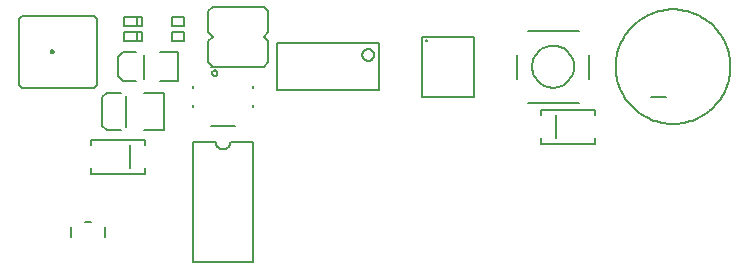
<source format=gto>
G75*
G70*
%OFA0B0*%
%FSLAX24Y24*%
%IPPOS*%
%LPD*%
%AMOC8*
5,1,8,0,0,1.08239X$1,22.5*
%
%ADD10C,0.0050*%
%ADD11C,0.0070*%
%ADD12C,0.0080*%
%ADD13C,0.0080*%
%ADD14C,0.0060*%
%ADD15C,0.0079*%
D10*
X008494Y005715D02*
X009281Y005715D01*
X009872Y006345D02*
X009872Y006424D01*
X009872Y006975D02*
X009872Y007054D01*
X008524Y007487D02*
X008526Y007505D01*
X008532Y007523D01*
X008541Y007539D01*
X008553Y007552D01*
X008568Y007563D01*
X008585Y007571D01*
X008603Y007575D01*
X008621Y007575D01*
X008639Y007571D01*
X008656Y007563D01*
X008671Y007552D01*
X008683Y007539D01*
X008692Y007523D01*
X008698Y007505D01*
X008700Y007487D01*
X008698Y007469D01*
X008692Y007451D01*
X008683Y007435D01*
X008671Y007422D01*
X008656Y007411D01*
X008639Y007403D01*
X008621Y007399D01*
X008603Y007399D01*
X008585Y007403D01*
X008568Y007411D01*
X008553Y007422D01*
X008541Y007435D01*
X008532Y007451D01*
X008526Y007469D01*
X008524Y007487D01*
X008494Y007684D02*
X009281Y007684D01*
X007903Y007054D02*
X007903Y006975D01*
X007903Y006424D02*
X007903Y006345D01*
X006238Y007299D02*
X006238Y008099D01*
X006194Y008560D02*
X005581Y008560D01*
X005581Y008839D01*
X006194Y008839D01*
X006194Y008560D01*
X006194Y009060D02*
X005581Y009060D01*
X005581Y009339D01*
X006194Y009339D01*
X006194Y009060D01*
X007199Y009060D02*
X007199Y009339D01*
X007576Y009339D01*
X007576Y009060D01*
X007199Y009060D01*
X007199Y008839D02*
X007199Y008560D01*
X007576Y008560D01*
X007576Y008839D01*
X007199Y008839D01*
X015521Y008695D02*
X015521Y006703D01*
X017254Y006703D01*
X017254Y008695D01*
X015521Y008695D01*
X015639Y008566D02*
X015641Y008574D01*
X015646Y008581D01*
X015653Y008585D01*
X015661Y008586D01*
X015669Y008583D01*
X015675Y008578D01*
X015679Y008570D01*
X015679Y008562D01*
X015675Y008554D01*
X015669Y008549D01*
X015661Y008546D01*
X015653Y008547D01*
X015646Y008551D01*
X015641Y008558D01*
X015639Y008566D01*
D11*
X014100Y008477D02*
X014100Y006922D01*
X010675Y006922D01*
X010675Y008477D01*
X014100Y008477D01*
X013529Y008093D02*
X013531Y008120D01*
X013537Y008147D01*
X013546Y008173D01*
X013559Y008197D01*
X013575Y008220D01*
X013594Y008239D01*
X013616Y008256D01*
X013640Y008270D01*
X013665Y008280D01*
X013692Y008287D01*
X013719Y008290D01*
X013747Y008289D01*
X013774Y008284D01*
X013800Y008276D01*
X013824Y008264D01*
X013847Y008248D01*
X013868Y008230D01*
X013885Y008209D01*
X013900Y008185D01*
X013911Y008160D01*
X013919Y008134D01*
X013923Y008107D01*
X013923Y008079D01*
X013919Y008052D01*
X013911Y008026D01*
X013900Y008001D01*
X013885Y007977D01*
X013868Y007956D01*
X013847Y007938D01*
X013825Y007922D01*
X013800Y007910D01*
X013774Y007902D01*
X013747Y007897D01*
X013719Y007896D01*
X013692Y007899D01*
X013665Y007906D01*
X013640Y007916D01*
X013616Y007930D01*
X013594Y007947D01*
X013575Y007966D01*
X013559Y007989D01*
X013546Y008013D01*
X013537Y008039D01*
X013531Y008066D01*
X013529Y008093D01*
D12*
X003828Y002368D02*
X003828Y002030D01*
X004282Y002518D02*
X004493Y002518D01*
X004948Y002368D02*
X004948Y002030D01*
X004482Y004129D02*
X004482Y004306D01*
X004482Y004129D02*
X006293Y004129D01*
X006293Y004306D01*
X005781Y004306D02*
X005781Y005093D01*
X006293Y005093D02*
X006293Y005270D01*
X004482Y005270D01*
X004482Y005093D01*
X004864Y005707D02*
X005021Y005589D01*
X005494Y005589D01*
X005021Y005589D01*
X004864Y005707D02*
X004864Y006672D01*
X005021Y006810D01*
X005494Y006810D01*
X005648Y006706D02*
X005648Y005683D01*
X006242Y005589D02*
X006911Y005589D01*
X006911Y006829D01*
X006242Y006829D01*
X005994Y007227D02*
X005561Y007227D01*
X005403Y007384D01*
X005403Y008014D01*
X005561Y008172D01*
X005994Y008172D01*
X006781Y008172D02*
X007372Y008172D01*
X007372Y007227D01*
X006781Y007227D01*
X004688Y007099D02*
X004688Y009299D01*
X004588Y009399D01*
X002188Y009399D01*
X002088Y009299D01*
X002088Y007099D01*
X002188Y006999D01*
X002288Y006999D01*
X004588Y006999D01*
X004688Y007099D01*
X003138Y008199D02*
X003140Y008212D01*
X003145Y008225D01*
X003154Y008236D01*
X003165Y008243D01*
X003178Y008248D01*
X003191Y008249D01*
X003205Y008246D01*
X003217Y008240D01*
X003227Y008231D01*
X003234Y008219D01*
X003238Y008206D01*
X003238Y008192D01*
X003234Y008179D01*
X003227Y008167D01*
X003217Y008158D01*
X003205Y008152D01*
X003191Y008149D01*
X003178Y008150D01*
X003165Y008155D01*
X003154Y008162D01*
X003145Y008173D01*
X003140Y008186D01*
X003138Y008199D01*
X018688Y008104D02*
X018688Y007299D01*
X019188Y007699D02*
X019190Y007751D01*
X019196Y007803D01*
X019206Y007855D01*
X019219Y007905D01*
X019236Y007955D01*
X019257Y008003D01*
X019282Y008049D01*
X019310Y008093D01*
X019341Y008135D01*
X019375Y008175D01*
X019412Y008212D01*
X019452Y008246D01*
X019494Y008277D01*
X019538Y008305D01*
X019584Y008330D01*
X019632Y008351D01*
X019682Y008368D01*
X019732Y008381D01*
X019784Y008391D01*
X019836Y008397D01*
X019888Y008399D01*
X019940Y008397D01*
X019992Y008391D01*
X020044Y008381D01*
X020094Y008368D01*
X020144Y008351D01*
X020192Y008330D01*
X020238Y008305D01*
X020282Y008277D01*
X020324Y008246D01*
X020364Y008212D01*
X020401Y008175D01*
X020435Y008135D01*
X020466Y008093D01*
X020494Y008049D01*
X020519Y008003D01*
X020540Y007955D01*
X020557Y007905D01*
X020570Y007855D01*
X020580Y007803D01*
X020586Y007751D01*
X020588Y007699D01*
X020586Y007647D01*
X020580Y007595D01*
X020570Y007543D01*
X020557Y007493D01*
X020540Y007443D01*
X020519Y007395D01*
X020494Y007349D01*
X020466Y007305D01*
X020435Y007263D01*
X020401Y007223D01*
X020364Y007186D01*
X020324Y007152D01*
X020282Y007121D01*
X020238Y007093D01*
X020192Y007068D01*
X020144Y007047D01*
X020094Y007030D01*
X020044Y007017D01*
X019992Y007007D01*
X019940Y007001D01*
X019888Y006999D01*
X019836Y007001D01*
X019784Y007007D01*
X019732Y007017D01*
X019682Y007030D01*
X019632Y007047D01*
X019584Y007068D01*
X019538Y007093D01*
X019494Y007121D01*
X019452Y007152D01*
X019412Y007186D01*
X019375Y007223D01*
X019341Y007263D01*
X019310Y007305D01*
X019282Y007349D01*
X019257Y007395D01*
X019236Y007443D01*
X019219Y007493D01*
X019206Y007543D01*
X019196Y007595D01*
X019190Y007647D01*
X019188Y007699D01*
X021088Y008092D02*
X021088Y007299D01*
X020738Y006499D02*
X019038Y006499D01*
X019482Y006270D02*
X021293Y006270D01*
X021293Y006093D01*
X019994Y006093D02*
X019994Y005306D01*
X019482Y005306D02*
X019482Y005129D01*
X021293Y005129D01*
X021293Y005306D01*
X019482Y006093D02*
X019482Y006270D01*
X021979Y007699D02*
X021981Y007793D01*
X021988Y007886D01*
X022000Y007979D01*
X022016Y008071D01*
X022036Y008163D01*
X022061Y008253D01*
X022091Y008342D01*
X022124Y008430D01*
X022162Y008515D01*
X022204Y008599D01*
X022251Y008680D01*
X022301Y008760D01*
X022355Y008836D01*
X022412Y008910D01*
X022474Y008981D01*
X022538Y009049D01*
X022606Y009113D01*
X022677Y009175D01*
X022751Y009232D01*
X022827Y009286D01*
X022907Y009336D01*
X022988Y009383D01*
X023072Y009425D01*
X023157Y009463D01*
X023245Y009496D01*
X023334Y009526D01*
X023424Y009551D01*
X023516Y009571D01*
X023608Y009587D01*
X023701Y009599D01*
X023794Y009606D01*
X023888Y009608D01*
X023982Y009606D01*
X024075Y009599D01*
X024168Y009587D01*
X024260Y009571D01*
X024352Y009551D01*
X024442Y009526D01*
X024531Y009496D01*
X024619Y009463D01*
X024704Y009425D01*
X024788Y009383D01*
X024869Y009336D01*
X024949Y009286D01*
X025025Y009232D01*
X025099Y009175D01*
X025170Y009113D01*
X025238Y009049D01*
X025302Y008981D01*
X025364Y008910D01*
X025421Y008836D01*
X025475Y008760D01*
X025525Y008680D01*
X025572Y008599D01*
X025614Y008515D01*
X025652Y008430D01*
X025685Y008342D01*
X025715Y008253D01*
X025740Y008163D01*
X025760Y008071D01*
X025776Y007979D01*
X025788Y007886D01*
X025795Y007793D01*
X025797Y007699D01*
X025795Y007605D01*
X025788Y007512D01*
X025776Y007419D01*
X025760Y007327D01*
X025740Y007235D01*
X025715Y007145D01*
X025685Y007056D01*
X025652Y006968D01*
X025614Y006883D01*
X025572Y006799D01*
X025525Y006718D01*
X025475Y006638D01*
X025421Y006562D01*
X025364Y006488D01*
X025302Y006417D01*
X025238Y006349D01*
X025170Y006285D01*
X025099Y006223D01*
X025025Y006166D01*
X024949Y006112D01*
X024869Y006062D01*
X024788Y006015D01*
X024704Y005973D01*
X024619Y005935D01*
X024531Y005902D01*
X024442Y005872D01*
X024352Y005847D01*
X024260Y005827D01*
X024168Y005811D01*
X024075Y005799D01*
X023982Y005792D01*
X023888Y005790D01*
X023794Y005792D01*
X023701Y005799D01*
X023608Y005811D01*
X023516Y005827D01*
X023424Y005847D01*
X023334Y005872D01*
X023245Y005902D01*
X023157Y005935D01*
X023072Y005973D01*
X022988Y006015D01*
X022907Y006062D01*
X022827Y006112D01*
X022751Y006166D01*
X022677Y006223D01*
X022606Y006285D01*
X022538Y006349D01*
X022474Y006417D01*
X022412Y006488D01*
X022355Y006562D01*
X022301Y006638D01*
X022251Y006718D01*
X022204Y006799D01*
X022162Y006883D01*
X022124Y006968D01*
X022091Y007056D01*
X022061Y007145D01*
X022036Y007235D01*
X022016Y007327D01*
X022000Y007419D01*
X021988Y007512D01*
X021981Y007605D01*
X021979Y007699D01*
X020738Y008899D02*
X019038Y008899D01*
D13*
X023138Y006699D02*
X023638Y006699D01*
D14*
X010388Y007849D02*
X010238Y007699D01*
X008538Y007699D01*
X008388Y007849D01*
X008388Y008549D01*
X008538Y008699D01*
X008388Y008849D01*
X008388Y009549D01*
X008538Y009699D01*
X010238Y009699D01*
X010388Y009549D01*
X010388Y008849D01*
X010238Y008699D01*
X010388Y008549D01*
X010388Y007849D01*
X009888Y005199D02*
X009138Y005199D01*
X009136Y005169D01*
X009131Y005139D01*
X009122Y005110D01*
X009109Y005083D01*
X009094Y005057D01*
X009075Y005033D01*
X009054Y005012D01*
X009030Y004993D01*
X009004Y004978D01*
X008977Y004965D01*
X008948Y004956D01*
X008918Y004951D01*
X008888Y004949D01*
X008858Y004951D01*
X008828Y004956D01*
X008799Y004965D01*
X008772Y004978D01*
X008746Y004993D01*
X008722Y005012D01*
X008701Y005033D01*
X008682Y005057D01*
X008667Y005083D01*
X008654Y005110D01*
X008645Y005139D01*
X008640Y005169D01*
X008638Y005199D01*
X007888Y005199D01*
X007888Y001199D01*
X009888Y001199D01*
X009888Y005199D01*
D15*
X006006Y008581D02*
X006006Y008817D01*
X006006Y009081D02*
X006006Y009317D01*
M02*

</source>
